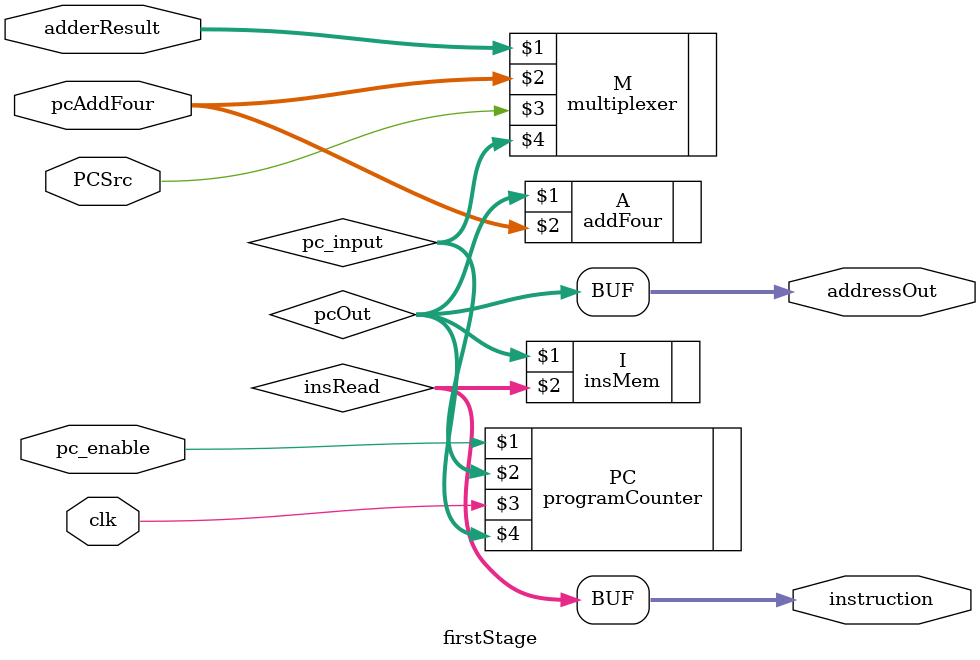
<source format=v>

`include "addFour.v"
`include "programCounter.v"
`include "insMem.v"

module firstStage (clk,PCSrc,pc_enable,pcAddFour,adderResult,addressOut,instruction);
parameter Width = 32;

input [Width-1 : 0]adderResult,pcAddFour;
input pc_enable,PCSrc,clk;
output [Width-1 : 0]addressOut,instruction;

wire [Width-1:0] pc_input,pcOut,insRead;
multiplexer #(Width)M(adderResult,pcAddFour,PCSrc,pc_input);
programCounter PC(pc_enable,pc_input,clk,pcOut);
addFour A(pcOut,pcAddFour);
insMem I(pcOut,insRead);

assign addressOut = pcOut;
assign instruction = insRead;
    
endmodule
</source>
